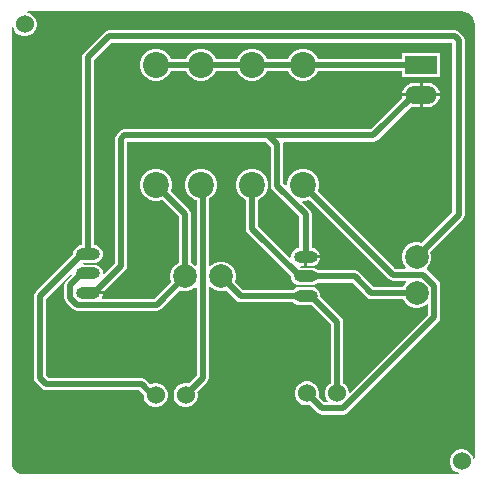
<source format=gbl>
G04*
G04 #@! TF.GenerationSoftware,Altium Limited,Altium Designer,22.1.2 (22)*
G04*
G04 Layer_Physical_Order=2*
G04 Layer_Color=16711680*
%FSLAX25Y25*%
%MOIN*%
G70*
G04*
G04 #@! TF.SameCoordinates,FD0A4506-277C-477F-BB0F-5FCC6128DB8B*
G04*
G04*
G04 #@! TF.FilePolarity,Positive*
G04*
G01*
G75*
%ADD25C,0.06000*%
%ADD26O,0.07874X0.03937*%
%ADD27O,0.07874X0.03937*%
%ADD28C,0.08661*%
%ADD29R,0.10630X0.05906*%
%ADD30O,0.10630X0.05906*%
%ADD31C,0.07874*%
%ADD32C,0.01968*%
G36*
X151575Y155951D02*
Y155951D01*
X151592Y155966D01*
X152712Y155818D01*
X153771Y155379D01*
X154681Y154681D01*
X155379Y153771D01*
X155818Y152712D01*
X155966Y151592D01*
X155951Y151575D01*
X155951D01*
X155971Y151476D01*
Y6887D01*
X155471Y6821D01*
X155302Y7450D01*
X154776Y8362D01*
X154031Y9106D01*
X153119Y9633D01*
X152101Y9905D01*
X151048D01*
X150031Y9633D01*
X149119Y9106D01*
X148374Y8362D01*
X147847Y7450D01*
X147575Y6432D01*
Y5379D01*
X147847Y4362D01*
X148374Y3449D01*
X149119Y2705D01*
X150031Y2178D01*
X150586Y2029D01*
X150520Y1529D01*
X6402D01*
X6398Y1529D01*
X5906Y1529D01*
X5425Y1576D01*
X4769Y1662D01*
X3709Y2101D01*
X2799Y2799D01*
X2101Y3709D01*
X1662Y4769D01*
X1576Y5425D01*
X1529Y5906D01*
X1529D01*
Y149606D01*
Y150520D01*
X2029Y150586D01*
X2178Y150031D01*
X2705Y149119D01*
X3449Y148374D01*
X4362Y147847D01*
X5379Y147575D01*
X6432D01*
X7450Y147847D01*
X8362Y148374D01*
X9106Y149119D01*
X9633Y150031D01*
X9905Y151048D01*
Y152101D01*
X9633Y153119D01*
X9106Y154031D01*
X8362Y154776D01*
X7450Y155302D01*
X6821Y155471D01*
X6887Y155971D01*
X151476D01*
X151575Y155951D01*
D02*
G37*
%LPC*%
G36*
X149347Y149523D02*
X34000D01*
X33226Y149369D01*
X32569Y148931D01*
X25569Y141931D01*
X25131Y141274D01*
X24977Y140500D01*
Y77987D01*
X24257Y77892D01*
X23534Y77593D01*
X22914Y77117D01*
X22438Y76497D01*
X22139Y75775D01*
X22037Y75000D01*
X22053Y74883D01*
X9569Y62399D01*
X9131Y61743D01*
X8977Y60969D01*
Y33653D01*
X9131Y32879D01*
X9569Y32223D01*
X11667Y30125D01*
X12324Y29686D01*
X13098Y29532D01*
X44016D01*
X45500Y28048D01*
Y27473D01*
X45773Y26456D01*
X46299Y25544D01*
X47044Y24799D01*
X47956Y24273D01*
X48973Y24000D01*
X50027D01*
X51044Y24273D01*
X51956Y24799D01*
X52701Y25544D01*
X53227Y26456D01*
X53500Y27473D01*
Y28527D01*
X53227Y29544D01*
X52701Y30456D01*
X51956Y31201D01*
X51044Y31727D01*
X50027Y32000D01*
X48973D01*
X47956Y31727D01*
X47694Y31576D01*
X46284Y32986D01*
X45628Y33424D01*
X44854Y33578D01*
X13936D01*
X13023Y34491D01*
Y60131D01*
X21236Y68343D01*
X21729Y68129D01*
X21726Y68056D01*
X19648Y65978D01*
X19210Y65321D01*
X19056Y64547D01*
Y60363D01*
X19210Y59588D01*
X19648Y58932D01*
X21964Y56617D01*
X22620Y56178D01*
X23394Y56024D01*
X49895D01*
X50669Y56178D01*
X51326Y56617D01*
X57573Y62864D01*
X58698Y62563D01*
X59998D01*
X61254Y62900D01*
X62379Y63549D01*
X62784Y63954D01*
X63246Y63763D01*
Y34607D01*
X60510Y31871D01*
X60027Y32000D01*
X58973D01*
X57956Y31727D01*
X57044Y31201D01*
X56299Y30456D01*
X55773Y29544D01*
X55500Y28527D01*
Y27473D01*
X55773Y26456D01*
X56299Y25544D01*
X57044Y24799D01*
X57956Y24273D01*
X58973Y24000D01*
X60027D01*
X61044Y24273D01*
X61956Y24799D01*
X62701Y25544D01*
X63227Y26456D01*
X63500Y27473D01*
Y28527D01*
X63371Y29010D01*
X66700Y32339D01*
X67138Y32995D01*
X67292Y33769D01*
Y63867D01*
X67792Y64074D01*
X68317Y63549D01*
X69442Y62900D01*
X70698Y62563D01*
X71998D01*
X73123Y62864D01*
X76417Y59569D01*
X77074Y59131D01*
X77848Y58977D01*
X95342D01*
X95414Y58883D01*
X96034Y58407D01*
X96757Y58108D01*
X97531Y58006D01*
X101469D01*
X101586Y58021D01*
X107977Y51631D01*
Y31951D01*
X107544Y31701D01*
X106799Y30956D01*
X106273Y30044D01*
X106000Y29027D01*
Y27973D01*
X106273Y26956D01*
X106799Y26044D01*
X106842Y26001D01*
X106651Y25539D01*
X105822D01*
X103871Y27490D01*
X104000Y27973D01*
Y29027D01*
X103727Y30044D01*
X103201Y30956D01*
X102456Y31701D01*
X101544Y32227D01*
X100527Y32500D01*
X99473D01*
X98456Y32227D01*
X97544Y31701D01*
X96799Y30956D01*
X96273Y30044D01*
X96000Y29027D01*
Y27973D01*
X96273Y26956D01*
X96799Y26044D01*
X97544Y25299D01*
X98456Y24773D01*
X99473Y24500D01*
X100527D01*
X101010Y24629D01*
X103554Y22085D01*
X104210Y21647D01*
X104984Y21493D01*
X112065D01*
X112839Y21647D01*
X113495Y22085D01*
X143852Y52442D01*
X144290Y53098D01*
X144444Y53873D01*
Y64453D01*
X144290Y65227D01*
X143852Y65883D01*
X140226Y69509D01*
X139910Y69721D01*
X139846Y70364D01*
X140451Y70969D01*
X141101Y72094D01*
X141437Y73350D01*
Y74650D01*
X141136Y75775D01*
X151931Y86569D01*
X152369Y87226D01*
X152523Y88000D01*
Y146347D01*
X152369Y147121D01*
X151931Y147777D01*
X150777Y148931D01*
X150121Y149369D01*
X149347Y149523D01*
D02*
G37*
%LPD*%
G36*
X148477Y88838D02*
X138275Y78636D01*
X137150Y78937D01*
X135850D01*
X134594Y78601D01*
X133469Y77951D01*
X132549Y77031D01*
X131899Y75906D01*
X131563Y74650D01*
Y73350D01*
X131899Y72094D01*
X132549Y70969D01*
X132954Y70564D01*
X132763Y70102D01*
X129459D01*
X103550Y96012D01*
X103567Y96042D01*
X103931Y97398D01*
Y98802D01*
X103567Y100158D01*
X102866Y101373D01*
X101873Y102366D01*
X100658Y103067D01*
X99302Y103431D01*
X97898D01*
X96542Y103067D01*
X95327Y102366D01*
X94334Y101373D01*
X93633Y100158D01*
X93269Y98802D01*
Y98068D01*
X92769Y97861D01*
X92023Y98607D01*
Y111500D01*
X91928Y111977D01*
X92289Y112477D01*
X122138D01*
X122912Y112631D01*
X123568Y113069D01*
X134643Y124144D01*
X135638Y124013D01*
X137500D01*
Y127500D01*
X131717D01*
X131782Y127005D01*
X121300Y116523D01*
X39153D01*
X38379Y116369D01*
X37723Y115931D01*
X36569Y114777D01*
X36131Y114121D01*
X35977Y113347D01*
Y71869D01*
X32394Y68287D01*
X32254Y68356D01*
X31955Y68555D01*
X31861Y69275D01*
X31561Y69997D01*
X31086Y70617D01*
X30466Y71093D01*
X29743Y71392D01*
X28969Y71494D01*
X25635D01*
X25323Y71994D01*
X25325Y71998D01*
X25337Y72006D01*
X28969D01*
X29743Y72108D01*
X30466Y72407D01*
X31086Y72883D01*
X31561Y73503D01*
X31861Y74225D01*
X31963Y75000D01*
X31861Y75775D01*
X31561Y76497D01*
X31086Y77117D01*
X30466Y77593D01*
X29743Y77892D01*
X29023Y77987D01*
Y139662D01*
X34838Y145477D01*
X148477D01*
Y88838D01*
D02*
G37*
G36*
X87977Y110662D02*
Y97769D01*
X88131Y96995D01*
X88569Y96339D01*
X97477Y87431D01*
Y76987D01*
X96757Y76892D01*
X96034Y76593D01*
X95414Y76117D01*
X94938Y75497D01*
X94639Y74775D01*
X94545Y74055D01*
X94246Y73856D01*
X94106Y73787D01*
X83623Y84269D01*
Y93123D01*
X83658Y93133D01*
X84873Y93834D01*
X85866Y94827D01*
X86567Y96042D01*
X86931Y97398D01*
Y98802D01*
X86567Y100158D01*
X85866Y101373D01*
X84873Y102366D01*
X83658Y103067D01*
X82302Y103431D01*
X80898D01*
X79542Y103067D01*
X78327Y102366D01*
X77334Y101373D01*
X76633Y100158D01*
X76269Y98802D01*
Y97398D01*
X76633Y96042D01*
X77334Y94827D01*
X78327Y93834D01*
X79542Y93133D01*
X79577Y93123D01*
Y83432D01*
X79731Y82657D01*
X80169Y82001D01*
X94553Y67617D01*
X94537Y67500D01*
X94639Y66725D01*
X94938Y66003D01*
X95414Y65383D01*
X96034Y64907D01*
X96757Y64608D01*
X97531Y64506D01*
X101469D01*
X102243Y64608D01*
X102966Y64907D01*
X103586Y65383D01*
X103658Y65477D01*
X115052D01*
X119959Y60569D01*
X120616Y60131D01*
X121390Y59977D01*
X131967D01*
X132549Y58969D01*
X133469Y58049D01*
X134594Y57399D01*
X135850Y57063D01*
X137150D01*
X138406Y57399D01*
X139531Y58049D01*
X139936Y58454D01*
X140398Y58263D01*
Y54711D01*
X114462Y28774D01*
X114000Y28966D01*
Y29027D01*
X113727Y30044D01*
X113201Y30956D01*
X112456Y31701D01*
X112023Y31951D01*
Y52469D01*
X111869Y53243D01*
X111431Y53899D01*
X104447Y60883D01*
X104463Y61000D01*
X104361Y61775D01*
X104061Y62497D01*
X103586Y63117D01*
X102966Y63593D01*
X102243Y63892D01*
X101469Y63994D01*
X97531D01*
X96757Y63892D01*
X96034Y63593D01*
X95414Y63117D01*
X95342Y63023D01*
X78686D01*
X75984Y65725D01*
X76285Y66850D01*
Y68150D01*
X75949Y69406D01*
X75299Y70531D01*
X74379Y71451D01*
X73254Y72101D01*
X71998Y72437D01*
X70698D01*
X69442Y72101D01*
X68317Y71451D01*
X67792Y70926D01*
X67292Y71134D01*
Y93499D01*
X67873Y93834D01*
X68866Y94827D01*
X69567Y96042D01*
X69931Y97398D01*
Y98802D01*
X69567Y100158D01*
X68866Y101373D01*
X67873Y102366D01*
X66658Y103067D01*
X65302Y103431D01*
X63898D01*
X62542Y103067D01*
X61327Y102366D01*
X60334Y101373D01*
X59633Y100158D01*
X59269Y98802D01*
Y97398D01*
X59633Y96042D01*
X60334Y94827D01*
X61327Y93834D01*
X62542Y93133D01*
X63246Y92944D01*
Y71237D01*
X62784Y71046D01*
X62379Y71451D01*
X61371Y72033D01*
Y88352D01*
X61217Y89126D01*
X60778Y89783D01*
X54550Y96012D01*
X54567Y96042D01*
X54931Y97398D01*
Y98802D01*
X54567Y100158D01*
X53866Y101373D01*
X52873Y102366D01*
X51658Y103067D01*
X50302Y103431D01*
X48898D01*
X47542Y103067D01*
X46327Y102366D01*
X45334Y101373D01*
X44633Y100158D01*
X44269Y98802D01*
Y97398D01*
X44633Y96042D01*
X45334Y94827D01*
X46327Y93834D01*
X47542Y93133D01*
X48898Y92769D01*
X50302D01*
X51658Y93133D01*
X51688Y93150D01*
X57325Y87514D01*
Y72033D01*
X56317Y71451D01*
X55397Y70531D01*
X54747Y69406D01*
X54411Y68150D01*
Y66850D01*
X54712Y65725D01*
X49057Y60070D01*
X31782D01*
X31589Y60570D01*
X31861Y61225D01*
X31897Y61500D01*
X27000D01*
Y62500D01*
X32330D01*
X39431Y69601D01*
X39869Y70257D01*
X40023Y71031D01*
Y112477D01*
X86162D01*
X87977Y110662D01*
D02*
G37*
G36*
X127191Y66648D02*
X127847Y66210D01*
X128621Y66056D01*
X132867D01*
X133074Y65556D01*
X132549Y65031D01*
X131967Y64023D01*
X122228D01*
X117321Y68931D01*
X116664Y69369D01*
X115890Y69523D01*
X103658D01*
X103586Y69617D01*
X102966Y70093D01*
X102243Y70392D01*
X101469Y70494D01*
X97837D01*
X97825Y70502D01*
X97823Y70506D01*
X98136Y71006D01*
X99000D01*
Y74000D01*
X99500D01*
Y74500D01*
X104397D01*
X104361Y74775D01*
X104061Y75497D01*
X103586Y76117D01*
X102966Y76593D01*
X102243Y76892D01*
X101523Y76987D01*
Y88269D01*
X101369Y89043D01*
X100931Y89700D01*
X98361Y92269D01*
X98568Y92769D01*
X99302D01*
X100658Y93133D01*
X100689Y93150D01*
X127191Y66648D01*
D02*
G37*
%LPC*%
G36*
X99302Y143431D02*
X97898D01*
X96542Y143067D01*
X95327Y142366D01*
X94334Y141373D01*
X93633Y140158D01*
X93623Y140123D01*
X86577D01*
X86567Y140158D01*
X85866Y141373D01*
X84873Y142366D01*
X83658Y143067D01*
X82302Y143431D01*
X80898D01*
X79542Y143067D01*
X78327Y142366D01*
X77334Y141373D01*
X76633Y140158D01*
X76623Y140123D01*
X69577D01*
X69567Y140158D01*
X68866Y141373D01*
X67873Y142366D01*
X66658Y143067D01*
X65302Y143431D01*
X63898D01*
X62542Y143067D01*
X61327Y142366D01*
X60334Y141373D01*
X59633Y140158D01*
X59623Y140123D01*
X54577D01*
X54567Y140158D01*
X53866Y141373D01*
X52873Y142366D01*
X51658Y143067D01*
X50302Y143431D01*
X48898D01*
X47542Y143067D01*
X46327Y142366D01*
X45334Y141373D01*
X44633Y140158D01*
X44269Y138802D01*
Y137398D01*
X44633Y136042D01*
X45334Y134827D01*
X46327Y133834D01*
X47542Y133133D01*
X48898Y132769D01*
X50302D01*
X51658Y133133D01*
X52873Y133834D01*
X53866Y134827D01*
X54567Y136042D01*
X54577Y136077D01*
X59623D01*
X59633Y136042D01*
X60334Y134827D01*
X61327Y133834D01*
X62542Y133133D01*
X63898Y132769D01*
X65302D01*
X66658Y133133D01*
X67873Y133834D01*
X68866Y134827D01*
X69567Y136042D01*
X69577Y136077D01*
X76623D01*
X76633Y136042D01*
X77334Y134827D01*
X78327Y133834D01*
X79542Y133133D01*
X80898Y132769D01*
X82302D01*
X83658Y133133D01*
X84873Y133834D01*
X85866Y134827D01*
X86567Y136042D01*
X86577Y136077D01*
X93623D01*
X93633Y136042D01*
X94334Y134827D01*
X95327Y133834D01*
X96542Y133133D01*
X97898Y132769D01*
X99302D01*
X100658Y133133D01*
X101873Y133834D01*
X102866Y134827D01*
X103567Y136042D01*
X103577Y136077D01*
X131685D01*
Y134047D01*
X144315D01*
Y141953D01*
X131685D01*
Y140123D01*
X103577D01*
X103567Y140158D01*
X102866Y141373D01*
X101873Y142366D01*
X100658Y143067D01*
X99302Y143431D01*
D02*
G37*
G36*
X140362Y131987D02*
X138500D01*
Y128500D01*
X144283D01*
X144213Y129032D01*
X143815Y129993D01*
X143181Y130819D01*
X142356Y131453D01*
X141394Y131851D01*
X140362Y131987D01*
D02*
G37*
G36*
X137500D02*
X135638D01*
X134606Y131851D01*
X133644Y131453D01*
X132819Y130819D01*
X132185Y129993D01*
X131787Y129032D01*
X131717Y128500D01*
X137500D01*
Y131987D01*
D02*
G37*
G36*
X144283Y127500D02*
X138500D01*
Y124013D01*
X140362D01*
X141394Y124149D01*
X142356Y124547D01*
X143181Y125181D01*
X143815Y126007D01*
X144213Y126968D01*
X144283Y127500D01*
D02*
G37*
G36*
X104397Y73500D02*
X100000D01*
Y71006D01*
X101469D01*
X102243Y71108D01*
X102966Y71407D01*
X103586Y71883D01*
X104061Y72503D01*
X104361Y73225D01*
X104397Y73500D01*
D02*
G37*
%LPD*%
D25*
X151575Y5906D02*
D03*
X5906Y151575D02*
D03*
X110000Y28500D02*
D03*
X100000D02*
D03*
X49500Y28000D02*
D03*
X59500D02*
D03*
D26*
X27000Y62000D02*
D03*
Y75000D02*
D03*
X99500Y74000D02*
D03*
Y61000D02*
D03*
D27*
X27000Y68500D02*
D03*
X99500Y67500D02*
D03*
D28*
X98600Y138100D02*
D03*
Y98100D02*
D03*
X81600D02*
D03*
Y138100D02*
D03*
X64600D02*
D03*
Y98100D02*
D03*
X49600D02*
D03*
Y138100D02*
D03*
D29*
X138000Y138000D02*
D03*
D30*
Y128000D02*
D03*
D31*
X136500Y62000D02*
D03*
Y74000D02*
D03*
X59348Y67500D02*
D03*
X71348D02*
D03*
D32*
X49895Y58047D02*
X59348Y67500D01*
X23394Y58047D02*
X49895D01*
X21079Y60363D02*
X23394Y58047D01*
X87000Y114500D02*
X122138D01*
X135638Y128000D02*
X138000D01*
X122138Y114500D02*
X135638Y128000D01*
X97531Y67500D02*
X115890D01*
X121390Y62000D02*
X136500D01*
X128621Y68079D02*
X138795D01*
X98600Y98100D02*
X128621Y68079D01*
X138795D02*
X142421Y64453D01*
Y53873D02*
Y64453D01*
X112065Y23516D02*
X142421Y53873D01*
X104984Y23516D02*
X112065D01*
X100000Y28500D02*
X104984Y23516D01*
X115890Y67500D02*
X121390Y62000D01*
X99500Y74000D02*
Y88269D01*
X90000Y97769D02*
X99500Y88269D01*
X21079Y60363D02*
Y64547D01*
X25032Y68500D02*
X27000D01*
X21079Y64547D02*
X25032Y68500D01*
X81600Y83432D02*
X97531Y67500D01*
X81600Y83432D02*
Y98100D01*
X90000Y97769D02*
Y111500D01*
X38000Y113347D02*
X39153Y114500D01*
X87000D02*
X90000Y111500D01*
X38000Y71031D02*
Y113347D01*
X39153Y114500D02*
X87000D01*
X28969Y62000D02*
X38000Y71031D01*
X27000Y62000D02*
X28969D01*
X27000Y68500D02*
X27377Y68123D01*
X101469Y61000D02*
X110000Y52469D01*
X99500Y61000D02*
X101469D01*
X110000Y28500D02*
Y52469D01*
X77848Y61000D02*
X99500D01*
X71348Y67500D02*
X77848Y61000D01*
X59500Y28000D02*
X65269Y33769D01*
X64600Y98100D02*
X65269Y97431D01*
Y33769D02*
Y97431D01*
X59348Y67500D02*
Y88352D01*
X49600Y98100D02*
X59348Y88352D01*
X13098Y31555D02*
X44854D01*
X11000Y33653D02*
Y60969D01*
X48409Y28000D02*
X49500D01*
X44854Y31555D02*
X48409Y28000D01*
X11000Y33653D02*
X13098Y31555D01*
X25032Y75000D02*
X27000D01*
X11000Y60969D02*
X25032Y75000D01*
X149347Y147500D02*
X150500Y146347D01*
X34000Y147500D02*
X149347D01*
X136500Y74000D02*
X150500Y88000D01*
Y146347D01*
X27000Y140500D02*
X34000Y147500D01*
X27000Y75000D02*
Y140500D01*
X137900Y138100D02*
X138000Y138000D01*
X98600Y138100D02*
X137900D01*
X81600D02*
X98600D01*
X64600D02*
X81600D01*
X49600D02*
X64600D01*
M02*

</source>
